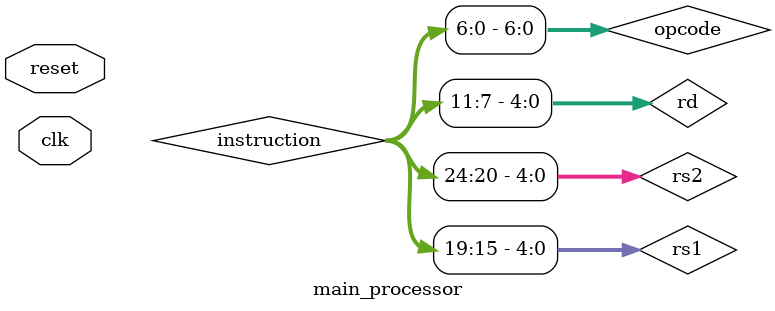
<source format=v>
`timescale 1ns / 1ps
module main_processor(
	input reset,
	input clk
    );
	 
	 wire [4:0] rs1, rs2, rd;
	 wire [31:0] instruction;
	 wire [31:0] data1, data2;
	 wire [31:0] result;
	 wire [31:0] write_data;
	 wire [31:0] PC_next;
	 reg [31:0] PC_reg;
	 wire reg_write, zero;
	 wire [3:0] alu_ctrl;
	 wire [6:0] opcode;
	 wire [6:0] funct7;
	 wire [2:0] funct3;
	 wire funct_7_5;
	 assign rs1 = instruction[19:15];
	 assign rs2 = instruction[24:20];
	 assign rd = instruction[11:7];
	 assign opcode = instruction[6:0];
	 assign funct3 = instruction[14:12];
	 assign funct7 = instruction[31:25];
	 assign write_data = result;
	 //assign PC_next = PC_reg +4;
	 assign funct_7_5 = funct7[5];
	 
	 Instruction_Memory inst_mem(PC_reg,reset,instruction);
	 Register_file reg_file(rs1,rs2,rd,write_data,data1,data2,reg_write,reset,clk);
	 ALU_main alu_m(alu_ctrl,data1, data2,result,zero);
	 main_control_unit mcu(opcode,funct3,funct_7_5,reg_write,alu_ctrl);
	 
	 always@(posedge clk, negedge reset)
		begin
		if(reset == 0)
			PC_reg <= 0;
		else
			PC_reg <= PC_reg + 4;
		end
	 
endmodule

</source>
